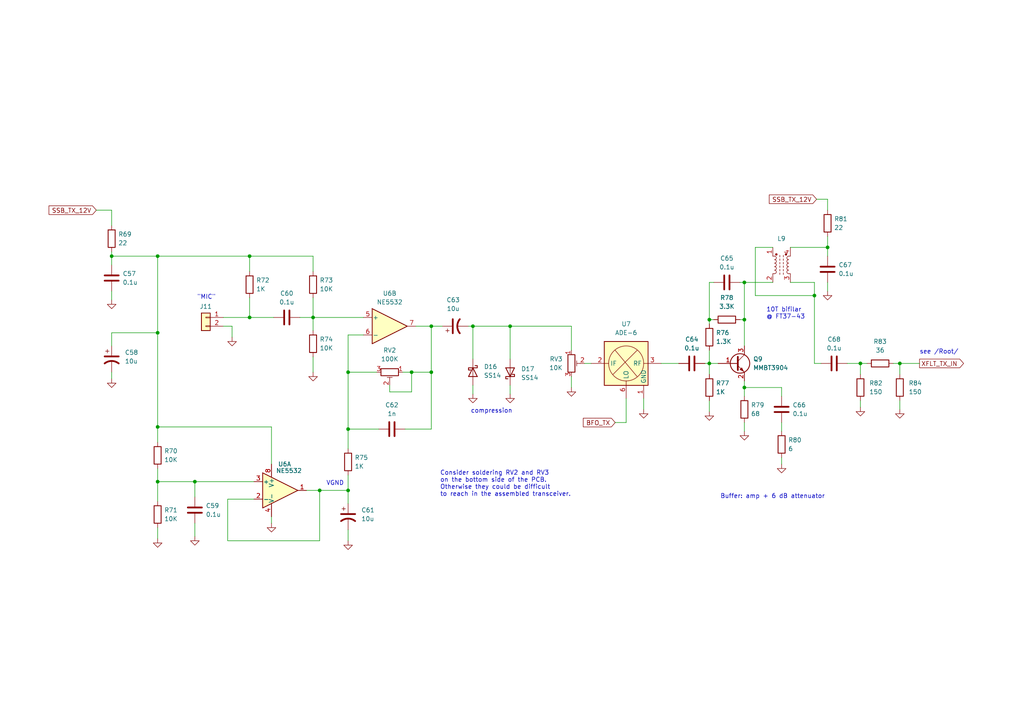
<source format=kicad_sch>
(kicad_sch (version 20230121) (generator eeschema)
  (paper "A4")
  (title_block (title "HBR/MK2 RXTX Board") (date "2024-02-03") (rev "1.0"))
  (lib_symbols
    (symbol "Amplifier_Operational:NE5532" (pin_names (offset 0.127))
      (property "Reference" "U" (at 0 5.08 0))
      (property "Value" "NE5532" (at 0 -5.08 0))
      (symbol "NE5532_1_1"
        (polyline (pts (xy -5.08 5.08) (xy 5.08 0) (xy -5.08 -5.08) (xy -5.08 5.08)) (stroke (width 0.254)) (fill (type background)))
        (pin output line (at 7.62 0 180) (length 2.54) (name "~") (number "1"))
        (pin input line (at -7.62 -2.54 0) (length 2.54) (name "-") (number "2"))
        (pin input line (at -7.62 2.54 0) (length 2.54) (name "+") (number "3"))
      )
      (symbol "NE5532_2_1"
        (polyline (pts (xy -5.08 5.08) (xy 5.08 0) (xy -5.08 -5.08) (xy -5.08 5.08)) (stroke (width 0.254)) (fill (type background)))
        (pin input line (at -7.62 2.54 0) (length 2.54) (name "+") (number "5"))
        (pin input line (at -7.62 -2.54 0) (length 2.54) (name "-") (number "6"))
        (pin output line (at 7.62 0 180) (length 2.54) (name "~") (number "7"))
      )
      (symbol "NE5532_3_1"
        (pin power_in line (at -2.54 -7.62 90) (length 3.81) (name "V-") (number "4"))
        (pin power_in line (at -2.54 7.62 270) (length 3.81) (name "V+") (number "8"))
      )
    )
    (symbol "Connector_Generic:Conn_01x02" (pin_names (offset 1.016) hide)
      (property "Reference" "J" (at 0 2.54 0))
      (property "Value" "Conn_01x02" (at 0 -5.08 0))
      (symbol "Conn_01x02_1_1"
        (rectangle (start -1.27 -2.413) (end 0 -2.667) (stroke (width 0.1524)))
        (rectangle (start -1.27 0.127) (end 0 -0.127) (stroke (width 0.1524)))
        (rectangle (start -1.27 1.27) (end 1.27 -3.81) (stroke (width 0.254)) (fill (type background)))
        (pin passive line (at -5.08 0 0) (length 3.81) (name "Pin_1") (number "1"))
        (pin passive line (at -5.08 -2.54 0) (length 3.81) (name "Pin_2") (number "2"))
      )
    )
    (symbol "Device:C" (pin_numbers hide) (pin_names (offset 0.254))
      (property "Reference" "C" (at 0.635 2.54 0))
      (property "Value" "C" (at 0.635 -2.54 0))
      (symbol "C_0_1"
        (polyline (pts (xy -2.032 -0.762) (xy 2.032 -0.762)) (stroke (width 0.508)))
        (polyline (pts (xy -2.032 0.762) (xy 2.032 0.762)) (stroke (width 0.508)))
      )
      (symbol "C_1_1"
        (pin passive line (at 0 3.81 270) (length 2.794) (name "~") (number "1"))
        (pin passive line (at 0 -3.81 90) (length 2.794) (name "~") (number "2"))
      )
    )
    (symbol "Device:C_Polarized_US" (pin_numbers hide) (pin_names (offset 0.254) hide)
      (property "Reference" "C" (at 0.635 2.54 0))
      (property "Value" "C_Polarized_US" (at 0.635 -2.54 0))
      (symbol "C_Polarized_US_0_1"
        (polyline (pts (xy -2.032 0.762) (xy 2.032 0.762)) (stroke (width 0.508)))
        (polyline (pts (xy -1.778 2.286) (xy -0.762 2.286)))
        (polyline (pts (xy -1.27 1.778) (xy -1.27 2.794)))
        (arc (start 2.032 -1.27) (mid 0 -0.5572) (end -2.032 -1.27) (stroke (width 0.508)))
      )
      (symbol "C_Polarized_US_1_1"
        (pin passive line (at 0 3.81 270) (length 2.794) (name "~") (number "1"))
        (pin passive line (at 0 -3.81 90) (length 3.302) (name "~") (number "2"))
      )
    )
    (symbol "Device:L_Ferrite_Coupled_1243" (pin_names (offset 0.254) hide)
      (property "Reference" "L" (at 0 4.445 0))
      (property "Value" "L_Ferrite_Coupled_1243" (at 0 -4.445 0))
      (symbol "L_Ferrite_Coupled_1243_0_1"
        (circle (center -3.048 -1.27) (radius 0.254) (fill (type outline)))
        (circle (center -3.048 1.524) (radius 0.254) (fill (type outline)))
        (arc (start -2.54 2.032) (mid -2.032 1.5262) (end -1.524 2.032))
        (arc (start -1.524 -2.032) (mid -2.032 -1.5262) (end -2.54 -2.032))
        (arc (start -1.524 2.032) (mid -1.016 1.5262) (end -0.508 2.032))
        (arc (start -0.508 -2.032) (mid -1.016 -1.5262) (end -1.524 -2.032))
        (arc (start -0.508 2.032) (mid 0 1.5262) (end 0.508 2.032))
        (polyline (pts (xy -2.794 -0.508) (xy -2.286 -0.508)))
        (polyline (pts (xy -2.794 0.508) (xy -2.286 0.508)))
        (polyline (pts (xy -2.54 -2.032) (xy -2.54 -2.54)))
        (polyline (pts (xy -2.54 2.032) (xy -2.54 2.54)))
        (polyline (pts (xy -1.778 -0.508) (xy -1.27 -0.508)))
        (polyline (pts (xy -1.778 0.508) (xy -1.27 0.508)))
        (polyline (pts (xy -0.762 -0.508) (xy -0.254 -0.508)))
        (polyline (pts (xy -0.762 0.508) (xy -0.254 0.508)))
        (polyline (pts (xy 0.254 -0.508) (xy 0.762 -0.508)))
        (polyline (pts (xy 0.254 0.508) (xy 0.762 0.508)))
        (polyline (pts (xy 1.27 -0.508) (xy 1.778 -0.508)))
        (polyline (pts (xy 1.27 0.508) (xy 1.778 0.508)))
        (polyline (pts (xy 2.286 -0.508) (xy 2.794 -0.508)))
        (polyline (pts (xy 2.286 0.508) (xy 2.794 0.508)))
        (polyline (pts (xy 2.54 -2.032) (xy 2.54 -2.54)))
        (polyline (pts (xy 2.54 2.54) (xy 2.54 2.032)))
        (arc (start 0.508 -2.032) (mid 0 -1.5262) (end -0.508 -2.032))
        (arc (start 0.508 2.032) (mid 1.016 1.5262) (end 1.524 2.032))
        (arc (start 1.524 -2.032) (mid 1.016 -1.5262) (end 0.508 -2.032))
        (arc (start 1.524 2.032) (mid 2.032 1.5262) (end 2.54 2.032))
        (arc (start 2.54 -2.032) (mid 2.032 -1.5262) (end 1.524 -2.032))
      )
      (symbol "L_Ferrite_Coupled_1243_1_1"
        (pin passive line (at -5.08 2.54 0) (length 2.54) (name "1") (number "1"))
        (pin passive line (at 5.08 2.54 180) (length 2.54) (name "2") (number "2"))
        (pin passive line (at 5.08 -2.54 180) (length 2.54) (name "3") (number "3"))
        (pin passive line (at -5.08 -2.54 0) (length 2.54) (name "4") (number "4"))
      )
    )
    (symbol "Device:R" (pin_numbers hide) (pin_names (offset 0))
      (property "Reference" "R" (at 2.032 0 90))
      (property "Value" "R" (at 0 0 90))
      (symbol "R_0_1"
        (rectangle (start -1.016 -2.54) (end 1.016 2.54) (stroke (width 0.254)))
      )
      (symbol "R_1_1"
        (pin passive line (at 0 3.81 270) (length 1.27) (name "~") (number "1"))
        (pin passive line (at 0 -3.81 90) (length 1.27) (name "~") (number "2"))
      )
    )
    (symbol "Device:R_Potentiometer_Trim" (pin_names (offset 1.016) hide)
      (property "Reference" "RV" (at -4.445 0 90))
      (property "Value" "R_Potentiometer_Trim" (at -2.54 0 90))
      (symbol "R_Potentiometer_Trim_0_1"
        (polyline (pts (xy 1.524 0.762) (xy 1.524 -0.762)))
        (polyline (pts (xy 2.54 0) (xy 1.524 0)))
        (rectangle (start 1.016 2.54) (end -1.016 -2.54) (stroke (width 0.254)))
      )
      (symbol "R_Potentiometer_Trim_1_1"
        (pin passive line (at 0 3.81 270) (length 1.27) (name "1") (number "1"))
        (pin passive line (at 3.81 0 180) (length 1.27) (name "2") (number "2"))
        (pin passive line (at 0 -3.81 90) (length 1.27) (name "3") (number "3"))
      )
    )
    (symbol "Diode:1N5818" (pin_numbers hide) (pin_names (offset 1.016) hide)
      (property "Reference" "D" (at 0 2.54 0))
      (property "Value" "1N5818" (at 0 -2.54 0))
      (symbol "1N5818_0_1"
        (polyline (pts (xy 1.27 0) (xy -1.27 0)))
        (polyline (pts (xy 1.27 1.27) (xy 1.27 -1.27) (xy -1.27 0) (xy 1.27 1.27)) (stroke (width 0.254)))
        (polyline (pts (xy -1.905 0.635) (xy -1.905 1.27) (xy -1.27 1.27) (xy -1.27 -1.27) (xy -0.635 -1.27) (xy -0.635 -0.635)) (stroke (width 0.254)))
      )
      (symbol "1N5818_1_1"
        (pin passive line (at -3.81 0 0) (length 2.54) (name "K") (number "1"))
        (pin passive line (at 3.81 0 180) (length 2.54) (name "A") (number "2"))
      )
    )
    (symbol "RF_Mixer:ADE-6"
      (property "Reference" "U" (at -6.35 7.62 0))
      (property "Value" "ADE-6" (at 6.35 7.62 0))
      (symbol "ADE-6_0_1"
        (rectangle (start -6.35 6.35) (end 6.35 -6.35) (stroke (width 0.254)) (fill (type background)))
        (polyline (pts (xy -3.175 -3.81) (xy 3.175 3.81)))
        (polyline (pts (xy 3.81 -3.175) (xy -3.175 3.81)))
        (circle (center 0 0) (radius 5.08))
      )
      (symbol "ADE-6_1_1"
        (pin power_in line (at -5.08 -10.16 90) (length 3.81) (name "GND") (number "1"))
        (pin output line (at 10.16 0 180) (length 5.08) (name "IF") (number "2"))
        (pin input line (at -10.16 0 0) (length 5.08) (name "RF") (number "3"))
        (pin passive line (at -5.08 -10.16 90) (length 3.81) hide (name "GND") (number "4"))
        (pin passive line (at -5.08 -10.16 90) (length 3.81) hide (name "GND") (number "5"))
        (pin input line (at 0 -10.16 90) (length 5.08) (name "LO") (number "6"))
      )
    )
    (symbol "Transistor_BJT:MMBT3904" (pin_names (offset 0) hide)
      (property "Reference" "Q" (at 5.08 1.905 0))
      (property "Value" "MMBT3904" (at 5.08 0 0))
      (symbol "MMBT3904_0_1"
        (polyline (pts (xy 0.635 0.635) (xy 2.54 2.54)))
        (polyline (pts (xy 0.635 -0.635) (xy 2.54 -2.54) (xy 2.54 -2.54)))
        (polyline (pts (xy 0.635 1.905) (xy 0.635 -1.905) (xy 0.635 -1.905)) (stroke (width 0.508)))
        (polyline (pts (xy 1.27 -1.778) (xy 1.778 -1.27) (xy 2.286 -2.286) (xy 1.27 -1.778) (xy 1.27 -1.778)) (fill (type outline)))
        (circle (center 1.27 0) (radius 2.8194) (stroke (width 0.254)))
      )
      (symbol "MMBT3904_1_1"
        (pin input line (at -5.08 0 0) (length 5.715) (name "B") (number "1"))
        (pin passive line (at 2.54 -5.08 90) (length 2.54) (name "E") (number "2"))
        (pin passive line (at 2.54 5.08 270) (length 2.54) (name "C") (number "3"))
      )
    )
    (symbol "power:GND" (power) (pin_names (offset 0))
      (property "Value" "GND" (at 0 -3.81 0))
      (symbol "GND_0_1"
        (polyline (pts (xy 0 0) (xy 0 -1.27) (xy 1.27 -1.27) (xy 0 -2.54) (xy -1.27 -1.27) (xy 0 -1.27)))
      )
      (symbol "GND_1_1"
        (pin power_in line (at 0 0 270) (length 0) hide (name "GND") (number "1"))
      )
    )
  )
  (junction (at 205.74 105.41))
  (junction (at 92.71 142.24))
  (junction (at 32.385 74.295))
  (junction (at 125.095 107.95))
  (junction (at 100.965 107.95))
  (junction (at 56.515 139.7))
  (junction (at 147.955 94.615))
  (junction (at 45.72 96.52))
  (junction (at 215.9 81.915))
  (junction (at 100.965 124.46))
  (junction (at 45.72 123.825))
  (junction (at 45.72 74.295))
  (junction (at 90.805 92.075))
  (junction (at 125.095 94.615))
  (junction (at 249.555 105.41))
  (junction (at 240.03 71.755))
  (junction (at 236.22 85.725))
  (junction (at 205.74 92.71))
  (junction (at 137.16 94.615))
  (junction (at 72.39 92.075))
  (junction (at 72.39 74.295))
  (junction (at 260.985 105.41))
  (junction (at 45.72 139.7))
  (junction (at 215.9 92.71))
  (junction (at 119.38 107.95))
  (junction (at 100.965 142.24))
  (junction (at 215.9 112.395))
  (wire (pts (xy 215.9 112.395) (xy 215.9 114.935)))
  (wire (pts (xy 147.955 111.76) (xy 147.955 114.3)))
  (wire (pts (xy 45.72 96.52) (xy 45.72 123.825)))
  (wire (pts (xy 181.61 115.57) (xy 181.61 122.555)))
  (wire (pts (xy 117.475 124.46) (xy 125.095 124.46)))
  (wire (pts (xy 236.22 85.725) (xy 236.22 105.41)))
  (wire (pts (xy 249.555 116.205) (xy 249.555 118.11)))
  (wire (pts (xy 45.72 139.7) (xy 56.515 139.7)))
  (wire (pts (xy 236.22 105.41) (xy 238.125 105.41)))
  (wire (pts (xy 215.9 92.71) (xy 215.9 100.33)))
  (wire (pts (xy 125.095 107.95) (xy 119.38 107.95)))
  (wire (pts (xy 86.995 92.075) (xy 90.805 92.075)))
  (wire (pts (xy 260.985 105.41) (xy 266.7 105.41)))
  (wire (pts (xy 125.095 94.615) (xy 125.095 107.95)))
  (wire (pts (xy 236.22 81.915) (xy 236.22 85.725)))
  (wire (pts (xy 56.515 139.7) (xy 56.515 144.145)))
  (wire (pts (xy 72.39 74.295) (xy 90.805 74.295)))
  (wire (pts (xy 90.805 103.505) (xy 90.805 107.95)))
  (wire (pts (xy 92.71 142.24) (xy 100.965 142.24)))
  (wire (pts (xy 120.65 94.615) (xy 125.095 94.615)))
  (wire (pts (xy 214.63 92.71) (xy 215.9 92.71)))
  (wire (pts (xy 245.745 105.41) (xy 249.555 105.41)))
  (wire (pts (xy 32.385 100.33) (xy 32.385 96.52)))
  (wire (pts (xy 260.985 105.41) (xy 260.985 108.585)))
  (wire (pts (xy 90.805 74.295) (xy 90.805 78.74)))
  (wire (pts (xy 66.04 156.845) (xy 92.71 156.845)))
  (wire (pts (xy 90.805 92.075) (xy 105.41 92.075)))
  (wire (pts (xy 249.555 105.41) (xy 251.46 105.41)))
  (wire (pts (xy 240.03 71.755) (xy 240.03 74.295)))
  (wire (pts (xy 100.965 107.95) (xy 109.22 107.95)))
  (wire (pts (xy 240.03 81.915) (xy 240.03 84.455)))
  (wire (pts (xy 100.965 107.95) (xy 100.965 97.155)))
  (wire (pts (xy 219.075 71.755) (xy 219.075 85.725)))
  (wire (pts (xy 92.71 142.24) (xy 88.9 142.24)))
  (wire (pts (xy 32.385 107.95) (xy 32.385 109.855)))
  (wire (pts (xy 205.74 105.41) (xy 205.74 108.585)))
  (wire (pts (xy 219.075 71.755) (xy 224.155 71.755)))
  (wire (pts (xy 73.66 144.78) (xy 66.04 144.78)))
  (wire (pts (xy 236.855 57.785) (xy 240.03 57.785)))
  (wire (pts (xy 226.695 112.395) (xy 226.695 114.935)))
  (wire (pts (xy 165.735 94.615) (xy 165.735 101.6)))
  (wire (pts (xy 240.03 68.58) (xy 240.03 71.755)))
  (wire (pts (xy 45.72 135.89) (xy 45.72 139.7)))
  (wire (pts (xy 100.965 137.795) (xy 100.965 142.24)))
  (wire (pts (xy 229.235 71.755) (xy 240.03 71.755)))
  (wire (pts (xy 119.38 113.665) (xy 119.38 107.95)))
  (wire (pts (xy 100.965 153.67) (xy 100.965 156.845)))
  (wire (pts (xy 215.9 81.915) (xy 224.155 81.915)))
  (wire (pts (xy 137.16 94.615) (xy 137.16 104.14)))
  (wire (pts (xy 92.71 142.24) (xy 92.71 156.845)))
  (wire (pts (xy 73.66 139.7) (xy 56.515 139.7)))
  (wire (pts (xy 90.805 86.36) (xy 90.805 92.075)))
  (wire (pts (xy 64.77 92.075) (xy 72.39 92.075)))
  (wire (pts (xy 100.965 124.46) (xy 109.855 124.46)))
  (wire (pts (xy 226.695 132.715) (xy 226.695 134.62)))
  (wire (pts (xy 125.095 94.615) (xy 128.27 94.615)))
  (wire (pts (xy 137.16 94.615) (xy 147.955 94.615)))
  (wire (pts (xy 32.385 76.835) (xy 32.385 74.295)))
  (wire (pts (xy 32.385 84.455) (xy 32.385 86.995)))
  (wire (pts (xy 100.965 124.46) (xy 100.965 130.175)))
  (wire (pts (xy 147.955 94.615) (xy 147.955 104.14)))
  (wire (pts (xy 205.74 92.71) (xy 205.74 93.98)))
  (wire (pts (xy 215.9 112.395) (xy 226.695 112.395)))
  (wire (pts (xy 205.74 105.41) (xy 208.28 105.41)))
  (wire (pts (xy 186.69 115.57) (xy 186.69 118.745)))
  (wire (pts (xy 215.9 110.49) (xy 215.9 112.395)))
  (wire (pts (xy 137.16 111.76) (xy 137.16 114.3)))
  (wire (pts (xy 205.74 101.6) (xy 205.74 105.41)))
  (wire (pts (xy 67.31 97.79) (xy 67.31 94.615)))
  (wire (pts (xy 178.435 122.555) (xy 181.61 122.555)))
  (wire (pts (xy 207.01 92.71) (xy 205.74 92.71)))
  (wire (pts (xy 67.31 94.615) (xy 64.77 94.615)))
  (wire (pts (xy 219.075 85.725) (xy 236.22 85.725)))
  (wire (pts (xy 125.095 124.46) (xy 125.095 107.95)))
  (wire (pts (xy 205.74 116.205) (xy 205.74 119.38)))
  (wire (pts (xy 100.965 142.24) (xy 100.965 146.05)))
  (wire (pts (xy 259.08 105.41) (xy 260.985 105.41)))
  (wire (pts (xy 113.03 113.665) (xy 119.38 113.665)))
  (wire (pts (xy 113.03 111.76) (xy 113.03 113.665)))
  (wire (pts (xy 249.555 105.41) (xy 249.555 108.585)))
  (wire (pts (xy 32.385 96.52) (xy 45.72 96.52)))
  (wire (pts (xy 214.63 81.915) (xy 215.9 81.915)))
  (wire (pts (xy 66.04 144.78) (xy 66.04 156.845)))
  (wire (pts (xy 226.695 122.555) (xy 226.695 125.095)))
  (wire (pts (xy 78.74 123.825) (xy 78.74 134.62)))
  (wire (pts (xy 45.72 123.825) (xy 45.72 128.27)))
  (wire (pts (xy 45.72 74.295) (xy 45.72 96.52)))
  (wire (pts (xy 45.72 74.295) (xy 72.39 74.295)))
  (wire (pts (xy 78.74 149.86) (xy 78.74 151.765)))
  (wire (pts (xy 204.47 105.41) (xy 205.74 105.41)))
  (wire (pts (xy 260.985 116.205) (xy 260.985 118.745)))
  (wire (pts (xy 205.74 81.915) (xy 207.01 81.915)))
  (wire (pts (xy 90.805 92.075) (xy 90.805 95.885)))
  (wire (pts (xy 72.39 92.075) (xy 79.375 92.075)))
  (wire (pts (xy 45.72 153.035) (xy 45.72 156.21)))
  (wire (pts (xy 45.72 123.825) (xy 78.74 123.825)))
  (wire (pts (xy 72.39 78.74) (xy 72.39 74.295)))
  (wire (pts (xy 72.39 86.36) (xy 72.39 92.075)))
  (wire (pts (xy 27.94 60.96) (xy 32.385 60.96)))
  (wire (pts (xy 119.38 107.95) (xy 116.84 107.95)))
  (wire (pts (xy 147.955 94.615) (xy 165.735 94.615)))
  (wire (pts (xy 32.385 74.295) (xy 45.72 74.295)))
  (wire (pts (xy 215.9 122.555) (xy 215.9 125.095)))
  (wire (pts (xy 240.03 57.785) (xy 240.03 60.96)))
  (wire (pts (xy 135.89 94.615) (xy 137.16 94.615)))
  (wire (pts (xy 169.545 105.41) (xy 171.45 105.41)))
  (wire (pts (xy 32.385 73.025) (xy 32.385 74.295)))
  (wire (pts (xy 32.385 60.96) (xy 32.385 65.405)))
  (wire (pts (xy 215.9 92.71) (xy 215.9 81.915)))
  (wire (pts (xy 100.965 107.95) (xy 100.965 124.46)))
  (wire (pts (xy 205.74 92.71) (xy 205.74 81.915)))
  (wire (pts (xy 165.735 109.22) (xy 165.735 112.395)))
  (wire (pts (xy 56.515 151.765) (xy 56.515 155.575)))
  (wire (pts (xy 100.965 97.155) (xy 105.41 97.155)))
  (wire (pts (xy 45.72 139.7) (xy 45.72 145.415)))
  (wire (pts (xy 191.77 105.41) (xy 196.85 105.41)))
  (wire (pts (xy 229.235 81.915) (xy 236.22 81.915)))
  (text "see /Root/" (at 266.7 102.87 0) (effects (font (size 1.27 1.27)) (justify left bottom)))
  (text "10T bifilar\n@ FT37-43" (at 222.25 92.71 0) (effects (font (size 1.27 1.27)) (justify left bottom)))
  (text "Consider soldering RV2 and RV3\non the bottom side of the PCB.\nOtherwise they could be difficult\nto reach in the assembled transceiver." (at 127.635 144.145 0) (effects (font (size 1.27 1.27)) (justify left bottom)))
  (text "Buffer: amp + 6 dB attenuator" (at 208.915 144.78 0) (effects (font (size 1.27 1.27)) (justify left bottom)))
  (text "VGND" (at 94.615 140.97 0) (effects (font (size 1.27 1.27)) (justify left bottom)))
  (text "\"MIC\"" (at 57.15 86.995 0) (effects (font (size 1.27 1.27)) (justify left bottom)))
  (text "compression" (at 136.525 120.015 0) (effects (font (size 1.27 1.27)) (justify left bottom)))
  (global_label "SSB_TX_12V" (shape input) (at 236.855 57.785 180) (property "Intersheetrefs" "${INTERSHEET_REFS}" (effects hide)))
  (global_label "XFLT_TX_IN" (shape output) (at 266.7 105.41 0) (property "Intersheetrefs" "${INTERSHEET_REFS}" (effects hide)))
  (global_label "BFO_TX" (shape input) (at 178.435 122.555 180) (property "Intersheetrefs" "${INTERSHEET_REFS}" (effects hide)))
  (global_label "SSB_TX_12V" (shape input) (at 27.94 60.96 180) (property "Intersheetrefs" "${INTERSHEET_REFS}" (effects hide)))
  (symbol (lib_id "power:GND") (at 90.805 107.95 0) (unit 1)
    (property "Reference" "#PWR0101" (effects hide))
    (property "Value" "GND" (effects hide))
  )
  (symbol (lib_id "Device:C") (at 56.515 147.955 0) (unit 1)
    (property "Reference" "C59" (at 59.69 146.685 0) (effects (justify left)))
    (property "Value" "0.1u" (at 59.69 149.225 0) (effects (justify left)))
    (property "Footprint" "Capacitor_SMD:C_0805_2012Metric_Pad1.18x1.45mm_HandSolder" (effects hide))
  )
  (symbol (lib_id "power:GND") (at 226.695 134.62 0) (unit 1)
    (property "Reference" "#PWR0109" (effects hide))
    (property "Value" "GND" (effects hide))
  )
  (symbol (lib_id "power:GND") (at 240.03 84.455 0) (unit 1)
    (property "Reference" "#PWR0110" (effects hide))
    (property "Value" "GND" (effects hide))
  )
  (symbol (lib_id "power:GND") (at 45.72 156.21 0) (unit 1)
    (property "Reference" "#PWR097" (effects hide))
    (property "Value" "GND" (effects hide))
  )
  (symbol (lib_id "Device:R") (at 45.72 132.08 0) (unit 1)
    (property "Reference" "R70" (at 47.625 130.81 0) (effects (justify left)))
    (property "Value" "10K" (at 47.625 133.35 0) (effects (justify left)))
    (property "Footprint" "Resistor_SMD:R_0805_2012Metric_Pad1.20x1.40mm_HandSolder" (effects hide))
  )
  (symbol (lib_id "Amplifier_Operational:NE5532") (at 81.28 142.24 0) (unit 3)
    (property "Reference" "U6" (effects hide))
    (property "Value" "NE5532" (effects hide))
    (property "Footprint" "Package_SO:SOIC-8_5.23x5.23mm_P1.27mm" (effects hide))
    (property "Datasheet" "http://www.ti.com/lit/ds/symlink/ne5532.pdf" (effects hide))
  )
  (symbol (lib_id "power:GND") (at 32.385 109.855 0) (unit 1)
    (property "Reference" "#PWR096" (effects hide))
    (property "Value" "GND" (effects hide))
  )
  (symbol (lib_id "Device:R") (at 90.805 82.55 0) (unit 1)
    (property "Reference" "R73" (at 92.71 81.28 0) (effects (justify left)))
    (property "Value" "10K" (at 92.71 83.82 0) (effects (justify left)))
    (property "Footprint" "Resistor_SMD:R_0805_2012Metric_Pad1.20x1.40mm_HandSolder" (effects hide))
  )
  (symbol (lib_id "Device:L_Ferrite_Coupled_1243") (at 226.695 76.835 90) (mirror x) (unit 1)
    (property "Reference" "L9" (at 225.425 69.215 90) (effects (justify right)))
    (property "Value" "FT37-43" (effects hide))
    (property "Footprint" "Package_DIP:DIP-4_W7.62mm" (effects hide))
  )
  (symbol (lib_id "Device:C") (at 83.185 92.075 90) (unit 1)
    (property "Reference" "C60" (at 83.185 85.09 90))
    (property "Value" "0.1u" (at 83.185 87.63 90))
    (property "Footprint" "Capacitor_SMD:C_0805_2012Metric_Pad1.18x1.45mm_HandSolder" (effects hide))
  )
  (symbol (lib_id "Device:C") (at 32.385 80.645 0) (unit 1)
    (property "Reference" "C57" (at 35.56 79.375 0) (effects (justify left)))
    (property "Value" "0.1u" (at 35.56 81.915 0) (effects (justify left)))
    (property "Footprint" "Capacitor_SMD:C_0805_2012Metric_Pad1.18x1.45mm_HandSolder" (effects hide))
  )
  (symbol (lib_id "Device:R") (at 205.74 112.395 0) (unit 1)
    (property "Reference" "R77" (at 207.645 111.125 0) (effects (justify left)))
    (property "Value" "1K" (at 207.645 113.665 0) (effects (justify left)))
    (property "Footprint" "Resistor_SMD:R_0805_2012Metric_Pad1.20x1.40mm_HandSolder" (effects hide))
  )
  (symbol (lib_id "Device:C_Polarized_US") (at 100.965 149.86 0) (unit 1)
    (property "Reference" "C61" (at 104.775 147.955 0) (effects (justify left)))
    (property "Value" "10u" (at 104.775 150.495 0) (effects (justify left)))
    (property "Footprint" "Capacitor_SMD:CP_Elec_4x5.4" (effects hide))
  )
  (symbol (lib_id "Device:R") (at 226.695 128.905 0) (unit 1)
    (property "Reference" "R80" (at 228.6 127.635 0) (effects (justify left)))
    (property "Value" "6" (at 228.6 130.175 0) (effects (justify left)))
    (property "Footprint" "Resistor_SMD:R_0805_2012Metric_Pad1.20x1.40mm_HandSolder" (effects hide))
  )
  (symbol (lib_id "Transistor_BJT:MMBT3904") (at 213.36 105.41 0) (unit 1)
    (property "Reference" "Q9" (at 218.44 104.14 0) (effects (justify left)))
    (property "Value" "MMBT3904" (at 218.44 106.68 0) (effects (justify left)))
    (property "Footprint" "Package_TO_SOT_SMD:SOT-23" (effects hide))
    (property "Datasheet" "https://www.onsemi.com/pdf/datasheet/pzt3904-d.pdf" (effects hide))
  )
  (symbol (lib_id "power:GND") (at 215.9 125.095 0) (unit 1)
    (property "Reference" "#PWR0108" (effects hide))
    (property "Value" "GND" (effects hide))
  )
  (symbol (lib_id "Device:C") (at 113.665 124.46 90) (unit 1)
    (property "Reference" "C62" (at 113.665 117.475 90))
    (property "Value" "1n" (at 113.665 120.015 90))
    (property "Footprint" "Capacitor_SMD:C_0805_2012Metric_Pad1.18x1.45mm_HandSolder" (effects hide))
  )
  (symbol (lib_id "RF_Mixer:ADE-6") (at 181.61 105.41 0) (mirror y) (unit 1)
    (property "Reference" "U7" (at 181.61 93.98 0))
    (property "Value" "ADE-6" (at 181.61 96.52 0))
    (property "Footprint" "RF_Mini-Circuits:Mini-Circuits_CD542_LandPatternPL-052" (effects hide))
  )
  (symbol (lib_id "power:GND") (at 186.69 118.745 0) (mirror y) (unit 1)
    (property "Reference" "#PWR0106" (effects hide))
    (property "Value" "GND" (effects hide))
  )
  (symbol (lib_id "Diode:1N5818") (at 137.16 107.95 270) (unit 1)
    (property "Reference" "D16" (at 140.335 106.3625 90) (effects (justify left)))
    (property "Value" "SS14" (at 140.335 108.9025 90) (effects (justify left)))
    (property "Footprint" "Diode_SMD:D_SMA_Handsoldering" (effects hide))
  )
  (symbol (lib_id "Device:R") (at 100.965 133.985 0) (unit 1)
    (property "Reference" "R75" (at 102.87 132.715 0) (effects (justify left)))
    (property "Value" "1K" (at 102.87 135.255 0) (effects (justify left)))
    (property "Footprint" "Resistor_SMD:R_0805_2012Metric_Pad1.20x1.40mm_HandSolder" (effects hide))
  )
  (symbol (lib_id "Connector_Generic:Conn_01x02") (at 59.69 92.075 0) (mirror y) (unit 1) (in_bom no)
    (property "Reference" "J11" (at 59.69 88.9 0))
    (property "Value" "Conn_01x02" (effects hide))
    (property "Footprint" "Connector_PinHeader_2.54mm:PinHeader_1x02_P2.54mm_Vertical" (effects hide))
  )
  (symbol (lib_id "Device:R") (at 240.03 64.77 0) (unit 1)
    (property "Reference" "R81" (at 241.935 63.5 0) (effects (justify left)))
    (property "Value" "22" (at 241.935 66.04 0) (effects (justify left)))
    (property "Footprint" "Resistor_SMD:R_0805_2012Metric_Pad1.20x1.40mm_HandSolder" (effects hide))
  )
  (symbol (lib_id "power:GND") (at 100.965 156.845 0) (unit 1)
    (property "Reference" "#PWR0102" (effects hide))
    (property "Value" "GND" (effects hide))
  )
  (symbol (lib_id "Amplifier_Operational:NE5532") (at 113.03 94.615 0) (unit 2)
    (property "Reference" "U6" (at 113.03 85.09 0))
    (property "Value" "NE5532" (at 113.03 87.63 0))
    (property "Footprint" "Package_SO:SOIC-8_5.23x5.23mm_P1.27mm" (effects hide))
    (property "Datasheet" "http://www.ti.com/lit/ds/symlink/ne5532.pdf" (effects hide))
  )
  (symbol (lib_id "Device:R") (at 45.72 149.225 0) (unit 1)
    (property "Reference" "R71" (at 47.625 147.955 0) (effects (justify left)))
    (property "Value" "10K" (at 47.625 150.495 0) (effects (justify left)))
    (property "Footprint" "Resistor_SMD:R_0805_2012Metric_Pad1.20x1.40mm_HandSolder" (effects hide))
  )
  (symbol (lib_id "Device:C") (at 226.695 118.745 180) (unit 1)
    (property "Reference" "C66" (at 229.87 117.475 0) (effects (justify right)))
    (property "Value" "0.1u" (at 229.87 120.015 0) (effects (justify right)))
    (property "Footprint" "Capacitor_SMD:C_0805_2012Metric_Pad1.18x1.45mm_HandSolder" (effects hide))
  )
  (symbol (lib_id "Device:R") (at 215.9 118.745 0) (unit 1)
    (property "Reference" "R79" (at 217.805 117.475 0) (effects (justify left)))
    (property "Value" "68" (at 217.805 120.015 0) (effects (justify left)))
    (property "Footprint" "Resistor_SMD:R_0805_2012Metric_Pad1.20x1.40mm_HandSolder" (effects hide))
  )
  (symbol (lib_id "power:GND") (at 32.385 86.995 0) (unit 1)
    (property "Reference" "#PWR095" (effects hide))
    (property "Value" "GND" (effects hide))
  )
  (symbol (lib_id "Device:R") (at 32.385 69.215 0) (unit 1)
    (property "Reference" "R69" (at 34.29 67.945 0) (effects (justify left)))
    (property "Value" "22" (at 34.29 70.485 0) (effects (justify left)))
    (property "Footprint" "Resistor_SMD:R_0805_2012Metric_Pad1.20x1.40mm_HandSolder" (effects hide))
  )
  (symbol (lib_id "power:GND") (at 205.74 119.38 0) (unit 1)
    (property "Reference" "#PWR0107" (effects hide))
    (property "Value" "GND" (effects hide))
  )
  (symbol (lib_id "Device:C") (at 241.935 105.41 90) (unit 1)
    (property "Reference" "C68" (at 241.935 98.425 90))
    (property "Value" "0.1u" (at 241.935 100.965 90))
    (property "Footprint" "Capacitor_SMD:C_0805_2012Metric_Pad1.18x1.45mm_HandSolder" (effects hide))
  )
  (symbol (lib_id "power:GND") (at 78.74 151.765 0) (unit 1)
    (property "Reference" "#PWR0100" (effects hide))
    (property "Value" "GND" (effects hide))
  )
  (symbol (lib_id "power:GND") (at 260.985 118.745 0) (unit 1)
    (property "Reference" "#PWR0112" (effects hide))
    (property "Value" "GND" (effects hide))
  )
  (symbol (lib_id "Device:C_Polarized_US") (at 132.08 94.615 90) (unit 1)
    (property "Reference" "C63" (at 131.445 86.995 90))
    (property "Value" "10u" (at 131.445 89.535 90))
    (property "Footprint" "Capacitor_SMD:CP_Elec_4x5.4" (effects hide))
  )
  (symbol (lib_id "Device:R_Potentiometer_Trim") (at 113.03 107.95 270) (unit 1)
    (property "Reference" "RV2" (at 113.03 101.6 90))
    (property "Value" "100K" (at 113.03 104.14 90))
    (property "Footprint" "Potentiometer_THT:Potentiometer_Bourns_3296W_Vertical" (effects hide))
  )
  (symbol (lib_id "Diode:1N5818") (at 147.955 107.95 90) (unit 1)
    (property "Reference" "D17" (at 151.13 106.9975 90) (effects (justify right)))
    (property "Value" "SS14" (at 151.13 109.5375 90) (effects (justify right)))
    (property "Footprint" "Diode_SMD:D_SMA_Handsoldering" (effects hide))
  )
  (symbol (lib_id "Device:R_Potentiometer_Trim") (at 165.735 105.41 0) (unit 1)
    (property "Reference" "RV3" (at 163.195 104.14 0) (effects (justify right)))
    (property "Value" "10K" (at 163.195 106.68 0) (effects (justify right)))
    (property "Footprint" "Potentiometer_THT:Potentiometer_Bourns_3296W_Vertical" (effects hide))
  )
  (symbol (lib_id "Device:C") (at 210.82 81.915 90) (unit 1)
    (property "Reference" "C65" (at 210.82 74.93 90))
    (property "Value" "0.1u" (at 210.82 77.47 90))
    (property "Footprint" "Capacitor_SMD:C_0805_2012Metric_Pad1.18x1.45mm_HandSolder" (effects hide))
  )
  (symbol (lib_id "power:GND") (at 137.16 114.3 0) (mirror y) (unit 1)
    (property "Reference" "#PWR0103" (effects hide))
    (property "Value" "GND" (effects hide))
  )
  (symbol (lib_id "power:GND") (at 249.555 118.11 0) (unit 1)
    (property "Reference" "#PWR0111" (effects hide))
    (property "Value" "GND" (effects hide))
  )
  (symbol (lib_id "Device:R") (at 210.82 92.71 90) (unit 1)
    (property "Reference" "R78" (at 210.82 86.36 90))
    (property "Value" "3.3K" (at 210.82 88.9 90))
    (property "Footprint" "Resistor_SMD:R_0805_2012Metric_Pad1.20x1.40mm_HandSolder" (effects hide))
  )
  (symbol (lib_id "Device:R") (at 260.985 112.395 0) (unit 1)
    (property "Reference" "R84" (at 263.525 111.125 0) (effects (justify left)))
    (property "Value" "150" (at 263.525 113.665 0) (effects (justify left)))
    (property "Footprint" "Resistor_SMD:R_0805_2012Metric_Pad1.20x1.40mm_HandSolder" (effects hide))
  )
  (symbol (lib_id "Amplifier_Operational:NE5532") (at 81.28 142.24 0) (unit 1)
    (property "Reference" "U6" (at 82.55 134.62 0))
    (property "Value" "NE5532" (at 83.82 136.525 0))
    (property "Footprint" "Package_SO:SOIC-8_5.23x5.23mm_P1.27mm" (effects hide))
    (property "Datasheet" "http://www.ti.com/lit/ds/symlink/ne5532.pdf" (effects hide))
  )
  (symbol (lib_id "power:GND") (at 67.31 97.79 0) (unit 1)
    (property "Reference" "#PWR099" (effects hide))
    (property "Value" "GND" (effects hide))
  )
  (symbol (lib_id "Device:R") (at 205.74 97.79 0) (unit 1)
    (property "Reference" "R76" (at 207.645 96.52 0) (effects (justify left)))
    (property "Value" "1.3K" (at 207.645 99.06 0) (effects (justify left)))
    (property "Footprint" "Resistor_SMD:R_0805_2012Metric_Pad1.20x1.40mm_HandSolder" (effects hide))
  )
  (symbol (lib_id "Device:C") (at 200.66 105.41 90) (unit 1)
    (property "Reference" "C64" (at 200.66 98.425 90))
    (property "Value" "0.1u" (at 200.66 100.965 90))
    (property "Footprint" "Capacitor_SMD:C_0805_2012Metric_Pad1.18x1.45mm_HandSolder" (effects hide))
  )
  (symbol (lib_id "Device:R") (at 72.39 82.55 0) (unit 1)
    (property "Reference" "R72" (at 74.295 81.28 0) (effects (justify left)))
    (property "Value" "1K" (at 74.295 83.82 0) (effects (justify left)))
    (property "Footprint" "Resistor_SMD:R_0805_2012Metric_Pad1.20x1.40mm_HandSolder" (effects hide))
  )
  (symbol (lib_id "Device:R") (at 249.555 112.395 0) (unit 1)
    (property "Reference" "R82" (at 252.095 111.125 0) (effects (justify left)))
    (property "Value" "150" (at 252.095 113.665 0) (effects (justify left)))
    (property "Footprint" "Resistor_SMD:R_0805_2012Metric_Pad1.20x1.40mm_HandSolder" (effects hide))
  )
  (symbol (lib_id "Device:R") (at 90.805 99.695 0) (unit 1)
    (property "Reference" "R74" (at 92.71 98.425 0) (effects (justify left)))
    (property "Value" "10K" (at 92.71 100.965 0) (effects (justify left)))
    (property "Footprint" "Resistor_SMD:R_0805_2012Metric_Pad1.20x1.40mm_HandSolder" (effects hide))
  )
  (symbol (lib_id "power:GND") (at 56.515 155.575 0) (unit 1)
    (property "Reference" "#PWR098" (effects hide))
    (property "Value" "GND" (effects hide))
  )
  (symbol (lib_id "Device:C_Polarized_US") (at 32.385 104.14 0) (unit 1)
    (property "Reference" "C58" (at 36.195 102.235 0) (effects (justify left)))
    (property "Value" "10u" (at 36.195 104.775 0) (effects (justify left)))
    (property "Footprint" "Capacitor_SMD:CP_Elec_4x5.4" (effects hide))
  )
  (symbol (lib_id "power:GND") (at 165.735 112.395 0) (mirror y) (unit 1)
    (property "Reference" "#PWR0105" (effects hide))
    (property "Value" "GND" (effects hide))
  )
  (symbol (lib_id "Device:C") (at 240.03 78.105 180) (unit 1)
    (property "Reference" "C67" (at 243.205 76.835 0) (effects (justify right)))
    (property "Value" "0.1u" (at 243.205 79.375 0) (effects (justify right)))
    (property "Footprint" "Capacitor_SMD:C_0805_2012Metric_Pad1.18x1.45mm_HandSolder" (effects hide))
  )
  (symbol (lib_id "Device:R") (at 255.27 105.41 90) (unit 1)
    (property "Reference" "R83" (at 255.27 99.06 90))
    (property "Value" "36" (at 255.27 101.6 90))
    (property "Footprint" "Resistor_SMD:R_0805_2012Metric_Pad1.20x1.40mm_HandSolder" (effects hide))
  )
  (symbol (lib_id "power:GND") (at 147.955 114.3 0) (mirror y) (unit 1)
    (property "Reference" "#PWR0104" (effects hide))
    (property "Value" "GND" (effects hide))
  )
)
</source>
